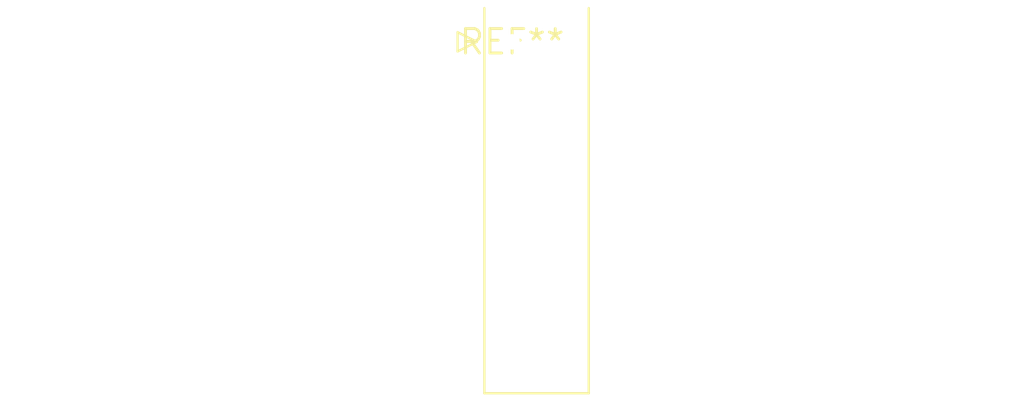
<source format=kicad_pcb>
(kicad_pcb (version 20240108) (generator pcbnew)
  (layers (0 "F.Cu" signal) (31 "B.Cu" signal) (34 "B.Paste" user) (35 "F.Paste" user) (36 "B.SilkS" user "B.Silkscreen") (37 "F.SilkS" user "F.Silkscreen") (38 "B.Mask" user) (39 "F.Mask" user) (44 "Edge.Cuts" user))
  (net 0 "")
  (footprint "TE_Micro-MaTch_1-215079-4_2x07_P1.27mm_Vertical" (layer "F.Cu") (at 0 0)
    (property "Reference" "REF**")
    (property "Value" "TE_Micro-MaTch_1-215079-4_2x07_P1.27mm_Vertical")
    (fp_line (start -2.83 -0.5) (end -1.83 0) (layer "F.SilkS") (stroke (width 0.12)))
    (fp_line (start -2.83 0.5) (end -2.83 -0.5) (layer "F.SilkS") (stroke (width 0.12)))
    (fp_line (start -1.83 0) (end -2.83 0.5) (layer "F.SilkS") (stroke (width 0.12)))
    (fp_line (start -1.44 -1.755) (end -1.44 18.265) (layer "F.SilkS") (stroke (width 0.12)))
    (fp_line (start -1.44 18.265) (end 3.98 18.265) (layer "F.SilkS") (stroke (width 0.12)))
    (fp_line (start 3.98 18.265) (end 3.98 -1.755) (layer "F.SilkS") (stroke (width 0.12)))
    (pad "" np_thru_hole circle (at 1.8 -1.4) (size 1.5 1.5) (drill 1.5) (layers *.Cu *.Mask))
    (pad "1" thru_hole rect (at 0 0) (size 1.3 1.3) (drill 0.8) (layers *.Cu *.Mask) (remove_unused_layers))
    (pad "2" thru_hole circle (at 2.54 1.27) (size 1.3 1.3) (drill 0.8) (layers *.Cu *.Mask) (remove_unused_layers))
    (pad "3" thru_hole circle (at 0 2.54) (size 1.3 1.3) (drill 0.8) (layers *.Cu *.Mask) (remove_unused_layers))
    (pad "4" thru_hole circle (at 2.54 3.81) (size 1.3 1.3) (drill 0.8) (layers *.Cu *.Mask) (remove_unused_layers))
    (pad "5" thru_hole circle (at 0 5.08) (size 1.3 1.3) (drill 0.8) (layers *.Cu *.Mask) (remove_unused_layers))
    (pad "6" thru_hole circle (at 2.54 6.35) (size 1.3 1.3) (drill 0.8) (layers *.Cu *.Mask) (remove_unused_layers))
    (pad "7" thru_hole circle (at 0 7.62) (size 1.3 1.3) (drill 0.8) (layers *.Cu *.Mask) (remove_unused_layers))
    (pad "8" thru_hole circle (at 2.54 8.89) (size 1.3 1.3) (drill 0.8) (layers *.Cu *.Mask) (remove_unused_layers))
    (pad "9" thru_hole circle (at 0 10.16) (size 1.3 1.3) (drill 0.8) (layers *.Cu *.Mask) (remove_unused_layers))
    (pad "10" thru_hole circle (at 2.54 11.43) (size 1.3 1.3) (drill 0.8) (layers *.Cu *.Mask) (remove_unused_layers))
    (pad "11" thru_hole circle (at 0 12.7) (size 1.3 1.3) (drill 0.8) (layers *.Cu *.Mask) (remove_unused_layers))
    (pad "12" thru_hole circle (at 2.54 13.97) (size 1.3 1.3) (drill 0.8) (layers *.Cu *.Mask) (remove_unused_layers))
    (pad "13" thru_hole circle (at 0 15.24) (size 1.3 1.3) (drill 0.8) (layers *.Cu *.Mask) (remove_unused_layers))
    (pad "14" thru_hole circle (at 2.54 16.51) (size 1.3 1.3) (drill 0.8) (layers *.Cu *.Mask) (remove_unused_layers))
  )
)
</source>
